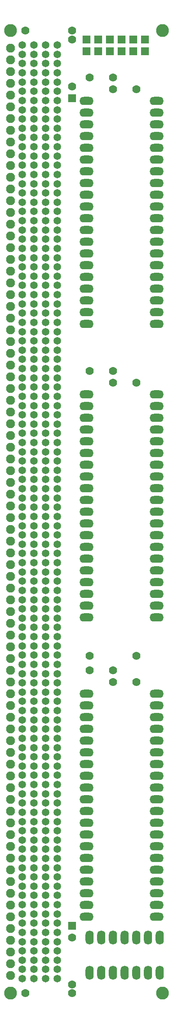
<source format=gbr>
G04 DesignSpark PCB Gerber Version 13.0 Build *
%FSLAX35Y35*%
%MOIN*%
%ADD27O,0.07000X0.12000*%
%ADD24R,0.07000X0.07000*%
%ADD26C,0.06512*%
%ADD25C,0.07000*%
%ADD23C,0.07614*%
%ADD21C,0.11000*%
%ADD22O,0.12000X0.07000*%
X0Y0D02*
D02*
D21*
X19221Y12750D03*
Y832750D03*
X149221Y12750D03*
Y832750D03*
D02*
D22*
X84221Y77750D03*
Y87750D03*
Y97750D03*
Y107750D03*
Y117750D03*
Y127750D03*
Y137750D03*
Y147750D03*
Y157750D03*
Y167750D03*
Y177750D03*
Y187750D03*
Y197750D03*
Y207750D03*
Y217750D03*
Y227750D03*
Y237750D03*
Y247750D03*
Y257750D03*
Y267750D03*
Y332750D03*
Y342750D03*
Y352750D03*
Y362750D03*
Y372750D03*
Y382750D03*
Y392750D03*
Y402750D03*
Y412750D03*
Y422750D03*
Y432750D03*
Y442750D03*
Y452750D03*
Y462750D03*
Y472750D03*
Y482750D03*
Y492750D03*
Y502750D03*
Y512750D03*
Y522750D03*
Y582750D03*
Y592750D03*
Y602750D03*
Y612750D03*
Y622750D03*
Y632750D03*
Y642750D03*
Y652750D03*
Y662750D03*
Y672750D03*
Y682750D03*
Y692750D03*
Y702750D03*
Y712750D03*
Y722750D03*
Y732750D03*
Y742750D03*
Y752750D03*
Y762750D03*
Y772750D03*
X144221Y77750D03*
Y87750D03*
Y97750D03*
Y107750D03*
Y117750D03*
Y127750D03*
Y137750D03*
Y147750D03*
Y157750D03*
Y167750D03*
Y177750D03*
Y187750D03*
Y197750D03*
Y207750D03*
Y217750D03*
Y227750D03*
Y237750D03*
Y247750D03*
Y257750D03*
Y267750D03*
Y332750D03*
Y342750D03*
Y352750D03*
Y362750D03*
Y372750D03*
Y382750D03*
Y392750D03*
Y402750D03*
Y412750D03*
Y422750D03*
Y432750D03*
Y442750D03*
Y452750D03*
Y462750D03*
Y472750D03*
Y482750D03*
Y492750D03*
Y502750D03*
Y512750D03*
Y522750D03*
Y582750D03*
Y592750D03*
Y602750D03*
Y612750D03*
Y622750D03*
Y632750D03*
Y642750D03*
Y652750D03*
Y662750D03*
Y672750D03*
Y682750D03*
Y692750D03*
Y702750D03*
Y712750D03*
Y722750D03*
Y732750D03*
Y742750D03*
Y752750D03*
Y762750D03*
Y772750D03*
D02*
D23*
X19221Y27750D03*
Y37750D03*
Y47750D03*
Y57750D03*
Y67750D03*
Y77750D03*
Y87750D03*
Y97750D03*
Y107750D03*
Y117750D03*
Y127750D03*
Y137750D03*
Y147750D03*
Y157750D03*
Y167750D03*
Y177750D03*
Y187750D03*
Y197750D03*
Y207750D03*
Y217750D03*
Y227750D03*
Y237750D03*
Y247750D03*
Y257750D03*
Y267750D03*
Y277750D03*
Y287750D03*
Y297750D03*
Y307750D03*
Y317750D03*
Y327750D03*
Y337750D03*
Y347750D03*
Y357750D03*
Y367750D03*
Y377750D03*
Y387750D03*
Y397750D03*
Y407750D03*
Y417750D03*
Y427750D03*
Y437750D03*
Y447750D03*
Y457750D03*
Y467750D03*
Y477750D03*
Y487750D03*
Y497750D03*
Y507750D03*
Y517750D03*
Y527750D03*
Y537750D03*
Y547750D03*
Y557750D03*
Y567750D03*
Y577750D03*
Y587750D03*
Y597750D03*
Y607750D03*
Y617750D03*
Y627750D03*
Y637750D03*
Y647750D03*
Y657750D03*
Y667750D03*
Y677750D03*
Y687750D03*
Y697750D03*
Y707750D03*
Y717750D03*
Y727750D03*
Y737750D03*
Y747750D03*
Y757750D03*
Y767750D03*
Y777750D03*
Y787750D03*
Y797750D03*
Y807750D03*
Y817750D03*
D02*
D24*
X71721Y70250D03*
Y775250D03*
X84221Y815250D03*
Y825250D03*
X94221Y815250D03*
Y825250D03*
X104221Y815250D03*
Y825250D03*
X114221Y815250D03*
Y825250D03*
X124221Y815250D03*
Y825250D03*
X134221Y815250D03*
Y825250D03*
D02*
D25*
X31721Y12750D03*
Y832750D03*
X71721Y12750D03*
Y20250D03*
Y60250D03*
Y785250D03*
Y825250D03*
Y832750D03*
X86721Y287750D03*
Y300250D03*
Y542750D03*
Y792750D03*
X106721Y277750D03*
Y287750D03*
Y532750D03*
Y542750D03*
Y782750D03*
Y792750D03*
X126721Y277750D03*
Y300250D03*
Y532750D03*
Y782750D03*
D02*
D26*
X29221Y25112D03*
Y32986D03*
Y40860D03*
Y48734D03*
Y56608D03*
Y64482D03*
Y72356D03*
Y80230D03*
Y88104D03*
Y95978D03*
Y103852D03*
Y111726D03*
Y119600D03*
Y127474D03*
Y135348D03*
Y143222D03*
Y151096D03*
Y158970D03*
Y166844D03*
Y174719D03*
Y182593D03*
Y190467D03*
Y198341D03*
Y206215D03*
Y214089D03*
Y221963D03*
Y229837D03*
Y237711D03*
Y245585D03*
Y253459D03*
Y261333D03*
Y269207D03*
Y277081D03*
Y284955D03*
Y292829D03*
Y300703D03*
Y308577D03*
Y316451D03*
Y324325D03*
Y332199D03*
Y340073D03*
Y347947D03*
Y355821D03*
Y363695D03*
Y371569D03*
Y379443D03*
Y387317D03*
Y395191D03*
Y403065D03*
Y410939D03*
Y418813D03*
Y426687D03*
Y434561D03*
Y442435D03*
Y450309D03*
Y458183D03*
Y466057D03*
Y473931D03*
Y481805D03*
Y489679D03*
Y497553D03*
Y505427D03*
Y513301D03*
Y521175D03*
Y529049D03*
Y536923D03*
Y544797D03*
Y552671D03*
Y560545D03*
Y568419D03*
Y576293D03*
Y584167D03*
Y592041D03*
Y599915D03*
Y607789D03*
Y615663D03*
Y623537D03*
Y631411D03*
Y639285D03*
Y647159D03*
Y655033D03*
Y662907D03*
Y670781D03*
Y678656D03*
Y686530D03*
Y694404D03*
Y702278D03*
Y710152D03*
Y718026D03*
Y725900D03*
Y733774D03*
Y741648D03*
Y749522D03*
Y757396D03*
Y765270D03*
Y773144D03*
Y781018D03*
Y788892D03*
Y796766D03*
Y804640D03*
Y812514D03*
Y820388D03*
X39221Y25112D03*
Y32986D03*
Y40860D03*
Y48734D03*
Y56608D03*
Y64482D03*
Y72356D03*
Y80230D03*
Y88104D03*
Y95978D03*
Y103852D03*
Y111726D03*
Y119600D03*
Y127474D03*
Y135348D03*
Y143222D03*
Y151096D03*
Y158970D03*
Y166844D03*
Y174719D03*
Y182593D03*
Y190467D03*
Y198341D03*
Y206215D03*
Y214089D03*
Y221963D03*
Y229837D03*
Y237711D03*
Y245585D03*
Y253459D03*
Y261333D03*
Y269207D03*
Y277081D03*
Y284955D03*
Y292829D03*
Y300703D03*
Y308577D03*
Y316451D03*
Y324325D03*
Y332199D03*
Y340073D03*
Y347947D03*
Y355821D03*
Y363695D03*
Y371569D03*
Y379443D03*
Y387317D03*
Y395191D03*
Y403065D03*
Y410939D03*
Y418813D03*
Y426687D03*
Y434561D03*
Y442435D03*
Y450309D03*
Y458183D03*
Y466057D03*
Y473931D03*
Y481805D03*
Y489679D03*
Y497553D03*
Y505427D03*
Y513301D03*
Y521175D03*
Y529049D03*
Y536923D03*
Y544797D03*
Y552671D03*
Y560545D03*
Y568419D03*
Y576293D03*
Y584167D03*
Y592041D03*
Y599915D03*
Y607789D03*
Y615663D03*
Y623537D03*
Y631411D03*
Y639285D03*
Y647159D03*
Y655033D03*
Y662907D03*
Y670781D03*
Y678656D03*
Y686530D03*
Y694404D03*
Y702278D03*
Y710152D03*
Y718026D03*
Y725900D03*
Y733774D03*
Y741648D03*
Y749522D03*
Y757396D03*
Y765270D03*
Y773144D03*
Y781018D03*
Y788892D03*
Y796766D03*
Y804640D03*
Y812514D03*
Y820388D03*
X49221Y25112D03*
Y32986D03*
Y40860D03*
Y48734D03*
Y56608D03*
Y64482D03*
Y72356D03*
Y80230D03*
Y88104D03*
Y95978D03*
Y103852D03*
Y111726D03*
Y119600D03*
Y127474D03*
Y135348D03*
Y143222D03*
Y151096D03*
Y158970D03*
Y166844D03*
Y174719D03*
Y182593D03*
Y190467D03*
Y198341D03*
Y206215D03*
Y214089D03*
Y221963D03*
Y229837D03*
Y237711D03*
Y245585D03*
Y253459D03*
Y261333D03*
Y269207D03*
Y277081D03*
Y284955D03*
Y292829D03*
Y300703D03*
Y308577D03*
Y316451D03*
Y324325D03*
Y332199D03*
Y340073D03*
Y347947D03*
Y355821D03*
Y363695D03*
Y371569D03*
Y379443D03*
Y387317D03*
Y395191D03*
Y403065D03*
Y410939D03*
Y418813D03*
Y426687D03*
Y434561D03*
Y442435D03*
Y450309D03*
Y458183D03*
Y466057D03*
Y473931D03*
Y481805D03*
Y489679D03*
Y497553D03*
Y505427D03*
Y513301D03*
Y521175D03*
Y529049D03*
Y536923D03*
Y544797D03*
Y552671D03*
Y560545D03*
Y568419D03*
Y576293D03*
Y584167D03*
Y592041D03*
Y599915D03*
Y607789D03*
Y615663D03*
Y623537D03*
Y631411D03*
Y639285D03*
Y647159D03*
Y655033D03*
Y662907D03*
Y670781D03*
Y678656D03*
Y686530D03*
Y694404D03*
Y702278D03*
Y710152D03*
Y718026D03*
Y725900D03*
Y733774D03*
Y741648D03*
Y749522D03*
Y757396D03*
Y765270D03*
Y773144D03*
Y781018D03*
Y788892D03*
Y796766D03*
Y804640D03*
Y812514D03*
Y820388D03*
X59221Y25112D03*
Y32986D03*
Y40860D03*
Y48734D03*
Y56608D03*
Y64482D03*
Y72356D03*
Y80230D03*
Y88104D03*
Y95978D03*
Y103852D03*
Y111726D03*
Y119600D03*
Y127474D03*
Y135348D03*
Y143222D03*
Y151096D03*
Y158970D03*
Y166844D03*
Y174719D03*
Y182593D03*
Y190467D03*
Y198341D03*
Y206215D03*
Y214089D03*
Y221963D03*
Y229837D03*
Y237711D03*
Y245585D03*
Y253459D03*
Y261333D03*
Y269207D03*
Y277081D03*
Y284955D03*
Y292829D03*
Y300703D03*
Y308577D03*
Y316451D03*
Y324325D03*
Y332199D03*
Y340073D03*
Y347947D03*
Y355821D03*
Y363695D03*
Y371569D03*
Y379443D03*
Y387317D03*
Y395191D03*
Y403065D03*
Y410939D03*
Y418813D03*
Y426687D03*
Y434561D03*
Y442435D03*
Y450309D03*
Y458183D03*
Y466057D03*
Y473931D03*
Y481805D03*
Y489679D03*
Y497553D03*
Y505427D03*
Y513301D03*
Y521175D03*
Y529049D03*
Y536923D03*
Y544797D03*
Y552671D03*
Y560545D03*
Y568419D03*
Y576293D03*
Y584167D03*
Y592041D03*
Y599915D03*
Y607789D03*
Y615663D03*
Y623537D03*
Y631411D03*
Y639285D03*
Y647159D03*
Y655033D03*
Y662907D03*
Y670781D03*
Y678656D03*
Y686530D03*
Y694404D03*
Y702278D03*
Y710152D03*
Y718026D03*
Y725900D03*
Y733774D03*
Y741648D03*
Y749522D03*
Y757396D03*
Y765270D03*
Y773144D03*
Y781018D03*
Y788892D03*
Y796766D03*
Y804640D03*
Y812514D03*
Y820388D03*
D02*
D27*
X86721Y30250D03*
Y60250D03*
X96721Y30250D03*
Y60250D03*
X106721Y30250D03*
Y60250D03*
X116721Y30250D03*
Y60250D03*
X126721Y30250D03*
Y60250D03*
X136721Y30250D03*
Y60250D03*
X146721Y30250D03*
Y60250D03*
X0Y0D02*
M02*

</source>
